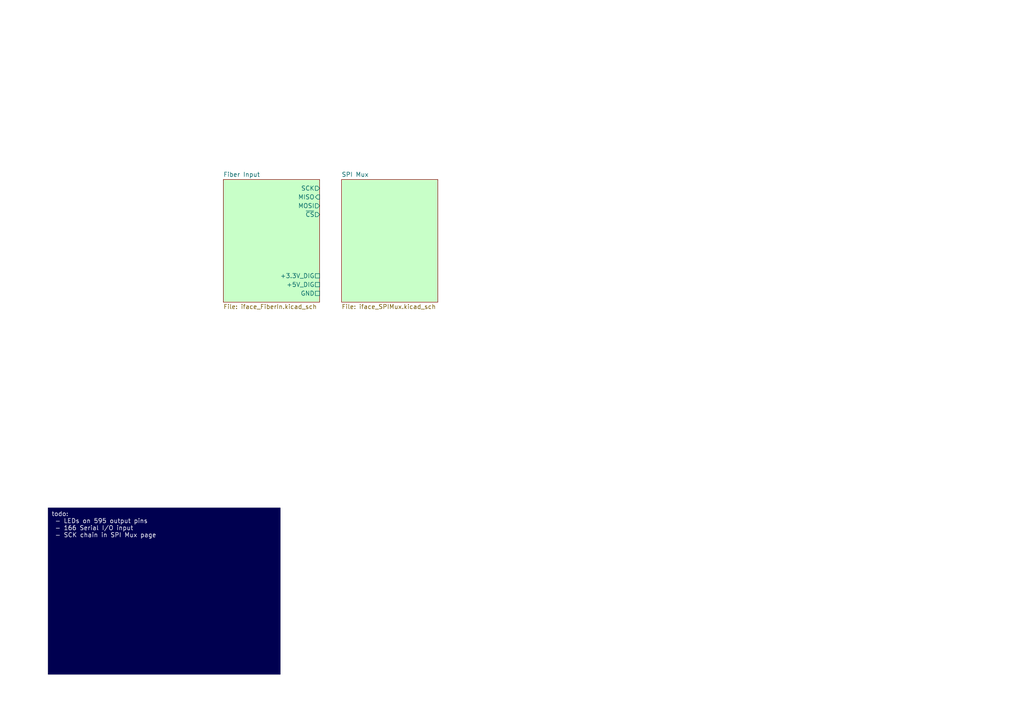
<source format=kicad_sch>
(kicad_sch (version 20230121) (generator eeschema)
  (paper "A4")
  (lib_symbols)
  (text_box "todo:\n - LEDs on 595 output pins\n - 166 Serial I/O input\n - SCK chain in SPI Mux page" (at 13.97 147.32 0) (size 67.31 48.26) (stroke (width 0) (color 0 0 64 1)) (fill (type color) (color 0 0 80 1)) (effects (font (size 1.27 1.27)) (justify left top)))
  (sheet (at 64.77 52.07) (size 27.94 35.56) (stroke (width 0.1524)) (fill (color 200 255 200 1.0000))
    (property "Sheetname" "Fiber Input" (at 64.77 51.3584 0) (effects (justify left bottom)))
    (property "Sheetfile" "iface_FiberIn.kicad_sch" (at 64.77 88.2146 0) (effects (justify left top)))
    (pin "GND" passive (at 92.71 85.09 0))
    (pin "+5V_DIG" passive (at 92.71 82.55 0))
    (pin "+3.3V_DIG" passive (at 92.71 80.01 0))
    (pin "SCK" output (at 92.71 54.61 0))
    (pin "MISO" input (at 92.71 57.15 0))
    (pin "MOSI" output (at 92.71 59.69 0))
    (pin "~{CS}" output (at 92.71 62.23 0))
  )
  (sheet (at 99.06 52.07) (size 27.94 35.56) (stroke (width 0.1524) (color 132 0 0 1)) (fill (color 200 255 200 1.0000))
    (property "Sheetname" "SPI Mux" (at 99.06 51.3584 0) (effects (justify left bottom)))
    (property "Sheetfile" "iface_SPIMux.kicad_sch" (at 99.06 88.2146 0) (effects (justify left top)))
  )
)
</source>
